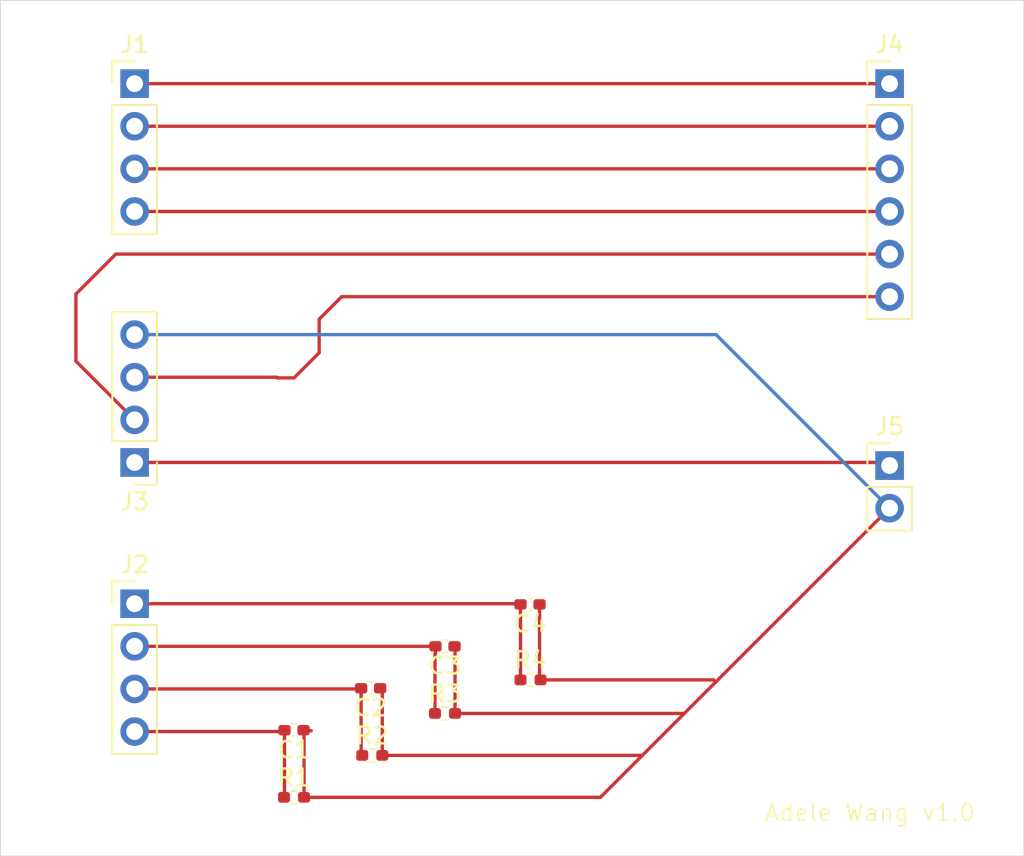
<source format=kicad_pcb>
(kicad_pcb (version 20240108) (generator "pcbnew") (generator_version "8.0")
  (layers (0 "F.Cu" signal) (31 "B.Cu" signal) (34 "B.Paste" user) (35 "F.Paste" user) (36 "B.SilkS" user "B.Silkscreen") (37 "F.SilkS" user "F.Silkscreen") (38 "B.Mask" user) (39 "F.Mask" user) (44 "Edge.Cuts" user))
  (net 0 "")
  (net 1 "Net-(J2-Pin_4)")
  (net 2 "GND")
  (net 3 "Net-(J2-Pin_3)")
  (net 4 "Net-(J2-Pin_2)")
  (net 5 "Net-(J2-Pin_1)")
  (net 6 "Net-(J1-Pin_3)")
  (net 7 "Net-(J1-Pin_4)")
  (net 8 "Net-(J1-Pin_1)")
  (net 9 "Net-(J1-Pin_2)")
  (net 10 "Net-(J3-Pin_3)")
  (net 11 "Net-(J3-Pin_2)")
  (net 12 "+3V3")
  (footprint "Capacitor_SMD:C_0402_1005Metric_Pad0.74x0.62mm_HandSolder" (layer "F.Cu") (at 125.5675 83 180)
    (property "Reference" "C4" (at 0 -1.16 0) (layer "F.SilkS"))
    (property "Value" "C")
    (fp_line (start -0.115835 0.36) (end 0.115835 0.36) (stroke (width 0.12)) (layer "F.SilkS"))
    (fp_line (start -0.115835 -0.36) (end 0.115835 -0.36) (stroke (width 0.12)) (layer "F.SilkS"))
    (pad "1" smd roundrect (at -0.5675 0 180) (size 0.735 0.62) (layers "F.Cu" "F.Paste" "F.Mask") (net 2 "GND"))
    (pad "2" smd roundrect (at 0.5675 0 180) (size 0.735 0.62) (layers "F.Cu" "F.Paste" "F.Mask") (net 5 "Net-(J2-Pin_1)"))
  )
  (footprint "Capacitor_SMD:C_0402_1005Metric_Pad0.74x0.62mm_HandSolder" (layer "F.Cu") (at 111.5 90.5 180)
    (property "Reference" "C1" (at 0 -1.16 0) (layer "F.SilkS"))
    (property "Value" "C")
    (fp_line (start -0.115835 0.36) (end 0.115835 0.36) (stroke (width 0.12)) (layer "F.SilkS"))
    (fp_line (start -0.115835 -0.36) (end 0.115835 -0.36) (stroke (width 0.12)) (layer "F.SilkS"))
    (pad "1" smd roundrect (at -0.5675 0 180) (size 0.735 0.62) (layers "F.Cu" "F.Paste" "F.Mask") (net 2 "GND"))
    (pad "2" smd roundrect (at 0.5675 0 180) (size 0.735 0.62) (layers "F.Cu" "F.Paste" "F.Mask") (net 1 "Net-(J2-Pin_4)"))
  )
  (footprint "Connector_PinHeader_2.54mm:PinHeader_1x06_P2.54mm_Vertical" (layer "F.Cu") (at 147 51.96)
    (property "Reference" "J4" (at 0 -2.33 0) (layer "F.SilkS"))
    (property "Value" "Conn_01x06_Pin")
    (fp_line (start -1.33 -1.33) (end 0 -1.33) (stroke (width 0.12)) (layer "F.SilkS"))
    (fp_line (start -1.33 0) (end -1.33 -1.33) (stroke (width 0.12)) (layer "F.SilkS"))
    (fp_line (start -1.33 1.27) (end -1.33 14.03) (stroke (width 0.12)) (layer "F.SilkS"))
    (fp_line (start -1.33 1.27) (end 1.33 1.27) (stroke (width 0.12)) (layer "F.SilkS"))
    (fp_line (start -1.33 14.03) (end 1.33 14.03) (stroke (width 0.12)) (layer "F.SilkS"))
    (fp_line (start 1.33 1.27) (end 1.33 14.03) (stroke (width 0.12)) (layer "F.SilkS"))
    (pad "1" thru_hole rect (at 0 0) (size 1.7 1.7) (drill 1) (layers "*.Cu" "*.Mask") (net 8 "Net-(J1-Pin_1)"))
    (pad "2" thru_hole oval (at 0 2.54) (size 1.7 1.7) (drill 1) (layers "*.Cu" "*.Mask") (net 9 "Net-(J1-Pin_2)"))
    (pad "3" thru_hole oval (at 0 5.08) (size 1.7 1.7) (drill 1) (layers "*.Cu" "*.Mask") (net 6 "Net-(J1-Pin_3)"))
    (pad "4" thru_hole oval (at 0 7.62) (size 1.7 1.7) (drill 1) (layers "*.Cu" "*.Mask") (net 7 "Net-(J1-Pin_4)"))
    (pad "5" thru_hole oval (at 0 10.16) (size 1.7 1.7) (drill 1) (layers "*.Cu" "*.Mask") (net 11 "Net-(J3-Pin_2)"))
    (pad "6" thru_hole oval (at 0 12.7) (size 1.7 1.7) (drill 1) (layers "*.Cu" "*.Mask") (net 10 "Net-(J3-Pin_3)"))
  )
  (footprint "Capacitor_SMD:C_0402_1005Metric_Pad0.74x0.62mm_HandSolder" (layer "F.Cu") (at 120.5 85.5 180)
    (property "Reference" "C3" (at 0 -1.16 0) (layer "F.SilkS"))
    (property "Value" "C")
    (fp_line (start -0.115835 0.36) (end 0.115835 0.36) (stroke (width 0.12)) (layer "F.SilkS"))
    (fp_line (start -0.115835 -0.36) (end 0.115835 -0.36) (stroke (width 0.12)) (layer "F.SilkS"))
    (pad "1" smd roundrect (at -0.5675 0 180) (size 0.735 0.62) (layers "F.Cu" "F.Paste" "F.Mask") (net 2 "GND"))
    (pad "2" smd roundrect (at 0.5675 0 180) (size 0.735 0.62) (layers "F.Cu" "F.Paste" "F.Mask") (net 4 "Net-(J2-Pin_2)"))
  )
  (footprint "Resistor_SMD:R_0402_1005Metric_Pad0.72x0.64mm_HandSolder" (layer "F.Cu") (at 111.5 94.5)
    (property "Reference" "R1" (at 0 -1.17 0) (layer "F.SilkS"))
    (property "Value" "R")
    (fp_line (start -0.167621 -0.38) (end 0.167621 -0.38) (stroke (width 0.12)) (layer "F.SilkS"))
    (fp_line (start -0.167621 0.38) (end 0.167621 0.38) (stroke (width 0.12)) (layer "F.SilkS"))
    (pad "1" smd roundrect (at -0.5975 0) (size 0.715 0.64) (layers "F.Cu" "F.Paste" "F.Mask") (net 1 "Net-(J2-Pin_4)"))
    (pad "2" smd roundrect (at 0.5975 0) (size 0.715 0.64) (layers "F.Cu" "F.Paste" "F.Mask") (net 2 "GND"))
  )
  (footprint "Resistor_SMD:R_0402_1005Metric_Pad0.72x0.64mm_HandSolder" (layer "F.Cu") (at 120.5 89.5)
    (property "Reference" "R3" (at 0 -1.17 0) (layer "F.SilkS"))
    (property "Value" "R")
    (fp_line (start -0.167621 -0.38) (end 0.167621 -0.38) (stroke (width 0.12)) (layer "F.SilkS"))
    (fp_line (start -0.167621 0.38) (end 0.167621 0.38) (stroke (width 0.12)) (layer "F.SilkS"))
    (pad "1" smd roundrect (at -0.5975 0) (size 0.715 0.64) (layers "F.Cu" "F.Paste" "F.Mask") (net 4 "Net-(J2-Pin_2)"))
    (pad "2" smd roundrect (at 0.5975 0) (size 0.715 0.64) (layers "F.Cu" "F.Paste" "F.Mask") (net 2 "GND"))
  )
  (footprint "Resistor_SMD:R_0402_1005Metric_Pad0.72x0.64mm_HandSolder" (layer "F.Cu") (at 116.165 92)
    (property "Reference" "R2" (at 0 -1.17 0) (layer "F.SilkS"))
    (property "Value" "R")
    (fp_line (start -0.167621 -0.38) (end 0.167621 -0.38) (stroke (width 0.12)) (layer "F.SilkS"))
    (fp_line (start -0.167621 0.38) (end 0.167621 0.38) (stroke (width 0.12)) (layer "F.SilkS"))
    (pad "1" smd roundrect (at -0.5975 0) (size 0.715 0.64) (layers "F.Cu" "F.Paste" "F.Mask") (net 3 "Net-(J2-Pin_3)"))
    (pad "2" smd roundrect (at 0.5975 0) (size 0.715 0.64) (layers "F.Cu" "F.Paste" "F.Mask") (net 2 "GND"))
  )
  (footprint "Connector_PinHeader_2.54mm:PinHeader_1x04_P2.54mm_Vertical" (layer "F.Cu") (at 102 74.54 180)
    (property "Reference" "J3" (at 0 -2.33 0) (layer "F.SilkS"))
    (property "Value" "Conn_01x04_Pin")
    (fp_line (start 1.33 1.27) (end 1.33 8.95) (stroke (width 0.12)) (layer "F.SilkS"))
    (fp_line (start -1.33 8.95) (end 1.33 8.95) (stroke (width 0.12)) (layer "F.SilkS"))
    (fp_line (start -1.33 1.27) (end 1.33 1.27) (stroke (width 0.12)) (layer "F.SilkS"))
    (fp_line (start -1.33 1.27) (end -1.33 8.95) (stroke (width 0.12)) (layer "F.SilkS"))
    (fp_line (start -1.33 0) (end -1.33 -1.33) (stroke (width 0.12)) (layer "F.SilkS"))
    (fp_line (start -1.33 -1.33) (end 0 -1.33) (stroke (width 0.12)) (layer "F.SilkS"))
    (pad "1" thru_hole rect (at 0 0 180) (size 1.7 1.7) (drill 1) (layers "*.Cu" "*.Mask") (net 12 "+3V3"))
    (pad "2" thru_hole oval (at 0 2.54 180) (size 1.7 1.7) (drill 1) (layers "*.Cu" "*.Mask") (net 11 "Net-(J3-Pin_2)"))
    (pad "3" thru_hole oval (at 0 5.08 180) (size 1.7 1.7) (drill 1) (layers "*.Cu" "*.Mask") (net 10 "Net-(J3-Pin_3)"))
    (pad "4" thru_hole oval (at 0 7.62 180) (size 1.7 1.7) (drill 1) (layers "*.Cu" "*.Mask") (net 2 "GND"))
  )
  (footprint "Connector_PinHeader_2.54mm:PinHeader_1x02_P2.54mm_Vertical" (layer "F.Cu") (at 147 74.725)
    (property "Reference" "J5" (at 0 -2.33 0) (layer "F.SilkS"))
    (property "Value" "Conn_01x02_Pin")
    (fp_line (start -1.33 -1.33) (end 0 -1.33) (stroke (width 0.12)) (layer "F.SilkS"))
    (fp_line (start -1.33 0) (end -1.33 -1.33) (stroke (width 0.12)) (layer "F.SilkS"))
    (fp_line (start -1.33 1.27) (end -1.33 3.87) (stroke (width 0.12)) (layer "F.SilkS"))
    (fp_line (start -1.33 1.27) (end 1.33 1.27) (stroke (width 0.12)) (layer "F.SilkS"))
    (fp_line (start -1.33 3.87) (end 1.33 3.87) (stroke (width 0.12)) (layer "F.SilkS"))
    (fp_line (start 1.33 1.27) (end 1.33 3.87) (stroke (width 0.12)) (layer "F.SilkS"))
    (pad "1" thru_hole rect (at 0 0) (size 1.7 1.7) (drill 1) (layers "*.Cu" "*.Mask") (net 12 "+3V3"))
    (pad "2" thru_hole oval (at 0 2.54) (size 1.7 1.7) (drill 1) (layers "*.Cu" "*.Mask") (net 2 "GND"))
  )
  (footprint "Resistor_SMD:R_0402_1005Metric_Pad0.72x0.64mm_HandSolder" (layer "F.Cu") (at 125.5975 87.5)
    (property "Reference" "R4" (at 0 -1.17 0) (layer "F.SilkS"))
    (property "Value" "R")
    (fp_line (start -0.167621 -0.38) (end 0.167621 -0.38) (stroke (width 0.12)) (layer "F.SilkS"))
    (fp_line (start -0.167621 0.38) (end 0.167621 0.38) (stroke (width 0.12)) (layer "F.SilkS"))
    (pad "1" smd roundrect (at -0.5975 0) (size 0.715 0.64) (layers "F.Cu" "F.Paste" "F.Mask") (net 5 "Net-(J2-Pin_1)"))
    (pad "2" smd roundrect (at 0.5975 0) (size 0.715 0.64) (layers "F.Cu" "F.Paste" "F.Mask") (net 2 "GND"))
  )
  (footprint "Connector_PinHeader_2.54mm:PinHeader_1x04_P2.54mm_Vertical" (layer "F.Cu") (at 102 51.96)
    (property "Reference" "J1" (at 0 -2.33 0) (layer "F.SilkS"))
    (property "Value" "Conn_01x04_Pin")
    (fp_line (start -1.33 -1.33) (end 0 -1.33) (stroke (width 0.12)) (layer "F.SilkS"))
    (fp_line (start -1.33 0) (end -1.33 -1.33) (stroke (width 0.12)) (layer "F.SilkS"))
    (fp_line (start -1.33 1.27) (end -1.33 8.95) (stroke (width 0.12)) (layer "F.SilkS"))
    (fp_line (start -1.33 1.27) (end 1.33 1.27) (stroke (width 0.12)) (layer "F.SilkS"))
    (fp_line (start -1.33 8.95) (end 1.33 8.95) (stroke (width 0.12)) (layer "F.SilkS"))
    (fp_line (start 1.33 1.27) (end 1.33 8.95) (stroke (width 0.12)) (layer "F.SilkS"))
    (pad "1" thru_hole rect (at 0 0) (size 1.7 1.7) (drill 1) (layers "*.Cu" "*.Mask") (net 8 "Net-(J1-Pin_1)"))
    (pad "2" thru_hole oval (at 0 2.54) (size 1.7 1.7) (drill 1) (layers "*.Cu" "*.Mask") (net 9 "Net-(J1-Pin_2)"))
    (pad "3" thru_hole oval (at 0 5.08) (size 1.7 1.7) (drill 1) (layers "*.Cu" "*.Mask") (net 6 "Net-(J1-Pin_3)"))
    (pad "4" thru_hole oval (at 0 7.62) (size 1.7 1.7) (drill 1) (layers "*.Cu" "*.Mask") (net 7 "Net-(J1-Pin_4)"))
  )
  (footprint "Capacitor_SMD:C_0402_1005Metric_Pad0.74x0.62mm_HandSolder" (layer "F.Cu") (at 116.0675 88 180)
    (property "Reference" "C2" (at 0 -1.16 0) (layer "F.SilkS"))
    (property "Value" "C")
    (fp_line (start -0.115835 0.36) (end 0.115835 0.36) (stroke (width 0.12)) (layer "F.SilkS"))
    (fp_line (start -0.115835 -0.36) (end 0.115835 -0.36) (stroke (width 0.12)) (layer "F.SilkS"))
    (pad "1" smd roundrect (at -0.5675 0 180) (size 0.735 0.62) (layers "F.Cu" "F.Paste" "F.Mask") (net 2 "GND"))
    (pad "2" smd roundrect (at 0.5675 0 180) (size 0.735 0.62) (layers "F.Cu" "F.Paste" "F.Mask") (net 3 "Net-(J2-Pin_3)"))
  )
  (footprint "Connector_PinHeader_2.54mm:PinHeader_1x04_P2.54mm_Vertical" (layer "F.Cu") (at 102 82.96)
    (property "Reference" "J2" (at 0 -2.33 0) (layer "F.SilkS"))
    (property "Value" "Conn_01x04_Pin")
    (fp_line (start -1.33 -1.33) (end 0 -1.33) (stroke (width 0.12)) (layer "F.SilkS"))
    (fp_line (start -1.33 0) (end -1.33 -1.33) (stroke (width 0.12)) (layer "F.SilkS"))
    (fp_line (start -1.33 1.27) (end -1.33 8.95) (stroke (width 0.12)) (layer "F.SilkS"))
    (fp_line (start -1.33 1.27) (end 1.33 1.27) (stroke (width 0.12)) (layer "F.SilkS"))
    (fp_line (start -1.33 8.95) (end 1.33 8.95) (stroke (width 0.12)) (layer "F.SilkS"))
    (fp_line (start 1.33 1.27) (end 1.33 8.95) (stroke (width 0.12)) (layer "F.SilkS"))
    (pad "1" thru_hole rect (at 0 0) (size 1.7 1.7) (drill 1) (layers "*.Cu" "*.Mask") (net 5 "Net-(J2-Pin_1)"))
    (pad "2" thru_hole oval (at 0 2.54) (size 1.7 1.7) (drill 1) (layers "*.Cu" "*.Mask") (net 4 "Net-(J2-Pin_2)"))
    (pad "3" thru_hole oval (at 0 5.08) (size 1.7 1.7) (drill 1) (layers "*.Cu" "*.Mask") (net 3 "Net-(J2-Pin_3)"))
    (pad "4" thru_hole oval (at 0 7.62) (size 1.7 1.7) (drill 1) (layers "*.Cu" "*.Mask") (net 1 "Net-(J2-Pin_4)"))
  )
  (gr_rect (start 94 47) (end 155 98) (stroke (width 0.05)) (fill none) (layer "Edge.Cuts"))
  (gr_text "Adele Wang v1.0" (at 139.5 96 0) (layer "F.SilkS") (effects (font (size 1 1) (thickness 0.1)) (justify left bottom)))
  (segment (start 110.9325 90.5) (end 110.9325 94.47) (width 0.2) (layer "F.Cu") (net 1))
  (segment (start 110.9325 94.47) (end 110.9025 94.5) (width 0.2) (layer "F.Cu") (net 1))
  (segment (start 110.8525 90.58) (end 110.9325 90.5) (width 0.2) (layer "F.Cu") (net 1))
  (segment (start 102 90.58) (end 110.8525 90.58) (width 0.2) (layer "F.Cu") (net 1))
  (segment (start 116.7625 92) (end 132.265 92) (width 0.2) (layer "F.Cu") (net 2))
  (segment (start 121.0975 89.5) (end 134.765 89.5) (width 0.2) (layer "F.Cu") (net 2))
  (segment (start 112.0975 90.53) (end 112.0675 90.5) (width 0.2) (layer "F.Cu") (net 2))
  (segment (start 116.7625 92) (end 116.7625 88.1275) (width 0.2) (layer "F.Cu") (net 2))
  (segment (start 132.265 92) (end 134.765 89.5) (width 0.2) (layer "F.Cu") (net 2))
  (segment (start 112.0975 94.5) (end 112.0975 90.53) (width 0.2) (layer "F.Cu") (net 2))
  (segment (start 126.195 87.5) (end 136.5 87.5) (width 0.2) (layer "F.Cu") (net 2))
  (segment (start 112.0975 90.53) (end 112.53 90.53) (width 0.2) (layer "F.Cu") (net 2))
  (segment (start 116.7625 88.1275) (end 116.635 88) (width 0.2) (layer "F.Cu") (net 2))
  (segment (start 121.0975 89.5) (end 121.0975 85.53) (width 0.2) (layer "F.Cu") (net 2))
  (segment (start 126.135 87.44) (end 126.195 87.5) (width 0.2) (layer "F.Cu") (net 2))
  (segment (start 121.0975 85.53) (end 121.0675 85.5) (width 0.2) (layer "F.Cu") (net 2))
  (segment (start 126.135 83) (end 126.135 87.44) (width 0.2) (layer "F.Cu") (net 2))
  (segment (start 136.5 87.5) (end 136.6325 87.6325) (width 0.2) (layer "F.Cu") (net 2))
  (segment (start 129.765 94.5) (end 132.265 92) (width 0.2) (layer "F.Cu") (net 2))
  (segment (start 134.765 89.5) (end 136.6325 87.6325) (width 0.2) (layer "F.Cu") (net 2))
  (segment (start 141.265 83) (end 147 77.265) (width 0.2) (layer "F.Cu") (net 2))
  (segment (start 136.6325 87.6325) (end 141.265 83) (width 0.2) (layer "F.Cu") (net 2))
  (segment (start 112.0975 94.5) (end 129.765 94.5) (width 0.2) (layer "F.Cu") (net 2))
  (segment (start 121.0975 85.53) (end 121.0975 85.5975) (width 0.2) (layer "F.Cu") (net 2))
  (segment (start 102 66.92) (end 136.655 66.92) (width 0.2) (layer "B.Cu") (net 2))
  (segment (start 136.655 66.92) (end 147 77.265) (width 0.2) (layer "B.Cu") (net 2))
  (segment (start 115.5 88) (end 115.5 91.9325) (width 0.2) (layer "F.Cu") (net 3))
  (segment (start 115.46 88.04) (end 115.5 88) (width 0.2) (layer "F.Cu") (net 3))
  (segment (start 102 88.04) (end 115.46 88.04) (width 0.2) (layer "F.Cu") (net 3))
  (segment (start 115.5 91.9325) (end 115.5675 92) (width 0.2) (layer "F.Cu") (net 3))
  (segment (start 119.9025 85.9625) (end 119.9025 89.5) (width 0.2) (layer "F.Cu") (net 4))
  (segment (start 119.9325 85.9325) (end 119.9025 85.9625) (width 0.2) (layer "F.Cu") (net 4))
  (segment (start 119.9325 85.5) (end 119.9325 85.9325) (width 0.2) (layer "F.Cu") (net 4))
  (segment (start 102 85.5) (end 119.9325 85.5) (width 0.2) (layer "F.Cu") (net 4))
  (segment (start 124.96 82.96) (end 125 83) (width 0.2) (layer "F.Cu") (net 5))
  (segment (start 125 83) (end 125 87.5) (width 0.2) (layer "F.Cu") (net 5))
  (segment (start 102 82.96) (end 124.96 82.96) (width 0.2) (layer "F.Cu") (net 5))
  (segment (start 102 57.04) (end 147 57.04) (width 0.2) (layer "F.Cu") (net 6))
  (segment (start 102 59.58) (end 147 59.58) (width 0.2) (layer "F.Cu") (net 7))
  (segment (start 102 51.96) (end 147 51.96) (width 0.2) (layer "F.Cu") (net 8))
  (segment (start 147 54.5) (end 102 54.5) (width 0.2) (layer "F.Cu") (net 9))
  (segment (start 111.5 69.5) (end 110.5 69.5) (width 0.2) (layer "F.Cu") (net 10))
  (segment (start 113 68) (end 111.5 69.5) (width 0.2) (layer "F.Cu") (net 10))
  (segment (start 147 64.66) (end 114.34 64.66) (width 0.2) (layer "F.Cu") (net 10))
  (segment (start 110.46 69.46) (end 102 69.46) (width 0.2) (layer "F.Cu") (net 10))
  (segment (start 110.5 69.5) (end 110.46 69.46) (width 0.2) (layer "F.Cu") (net 10))
  (segment (start 113 66) (end 113 68) (width 0.2) (layer "F.Cu") (net 10))
  (segment (start 114.34 64.66) (end 113 66) (width 0.2) (layer "F.Cu") (net 10))
  (segment (start 98.5 64.5) (end 100.88 62.12) (width 0.2) (layer "F.Cu") (net 11))
  (segment (start 100.88 62.12) (end 147 62.12) (width 0.2) (layer "F.Cu") (net 11))
  (segment (start 102 72) (end 98.5 68.5) (width 0.2) (layer "F.Cu") (net 11))
  (segment (start 98.5 68.5) (end 98.5 64.5) (width 0.2) (layer "F.Cu") (net 11))
  (segment (start 146.815 74.54) (end 147 74.725) (width 0.2) (layer "F.Cu") (net 12))
  (segment (start 102 74.54) (end 146.815 74.54) (width 0.2) (layer "F.Cu") (net 12))
)
</source>
